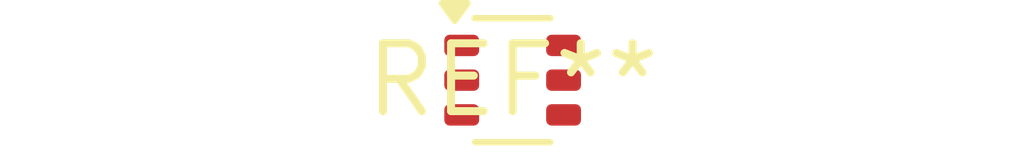
<source format=kicad_pcb>
(kicad_pcb (version 20240108) (generator pcbnew)
  (layers (0 "F.Cu" signal) (31 "B.Cu" signal) (34 "B.Paste" user) (35 "F.Paste" user) (36 "B.SilkS" user "B.Silkscreen") (37 "F.SilkS" user "F.Silkscreen") (38 "B.Mask" user) (39 "F.Mask" user) (44 "Edge.Cuts" user))
  (net 0 "")
  (footprint "SOT-363_SC-70-6" (layer "F.Cu") (at 0 0)
    (property "Reference" "REF**")
    (property "Value" "SOT-363_SC-70-6")
    (fp_line (start -0.71 -1.16) (end 0.7 -1.16) (layer "F.SilkS") (stroke (width 0.12)))
    (fp_line (start -0.7 1.16) (end 0.7 1.16) (layer "F.SilkS") (stroke (width 0.12)))
    (fp_poly (pts (xy -1.08 -1.11) (xy -1.32 -1.44) (xy -0.84 -1.44) (xy -1.08 -1.11)) (layer "F.SilkS") (stroke (width 0.12)) (fill solid))
    (pad "1" smd roundrect (at -0.95 -0.65) (size 0.65 0.4) (layers "F.Cu" "F.Paste" "F.Mask"))
    (pad "2" smd roundrect (at -0.95 0) (size 0.65 0.4) (layers "F.Cu" "F.Paste" "F.Mask"))
    (pad "3" smd roundrect (at -0.95 0.65) (size 0.65 0.4) (layers "F.Cu" "F.Paste" "F.Mask"))
    (pad "4" smd roundrect (at 0.95 0.65) (size 0.65 0.4) (layers "F.Cu" "F.Paste" "F.Mask"))
    (pad "5" smd roundrect (at 0.95 0) (size 0.65 0.4) (layers "F.Cu" "F.Paste" "F.Mask"))
    (pad "6" smd roundrect (at 0.95 -0.65) (size 0.65 0.4) (layers "F.Cu" "F.Paste" "F.Mask"))
  )
)
</source>
